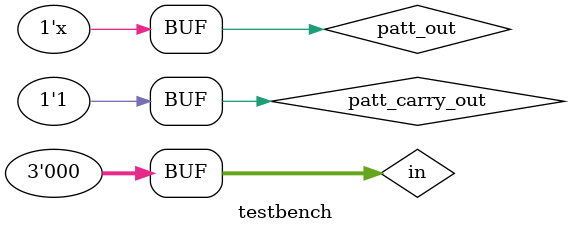
<source format=v>
module testbench;
    reg [2:0] in;

	reg patt_out = 0;
	reg patt_carry_out = 0;
	reg patt_out1 = 0;
	reg patt_carry_out1 = 0;
	wire out;
    wire carryout;

    initial begin
        // $dumpfile("testbench.vcd");
        // $dumpvars(0, testbench);

        #5 in = 0;
        repeat (10000) begin
            #5 in = in + 1;
        end

        $display("OKAY");
    end

    top uut (
	.x(in[0]),
	.y(in[1]),
	.cin(in[2]),
	.regA(out),
	.regcout(carryout)
	);

    always @(posedge in[0]) begin
    patt_out1 <=  ~in[1] + &in[2];
    end
    always @(negedge in[0]) begin
        patt_carry_out1 <= in[2] ? |in[1] : patt_out;
    end

    always @(*) begin
        if (in[0])
            patt_out <=  patt_out|in[1]~&in[2];
    end
    always @(*) begin
        if (~in[0])
            patt_carry_out <=  patt_carry_out1&in[2]~|in[1];
    end
	assert_Z out_test(.A(out));

endmodule

</source>
